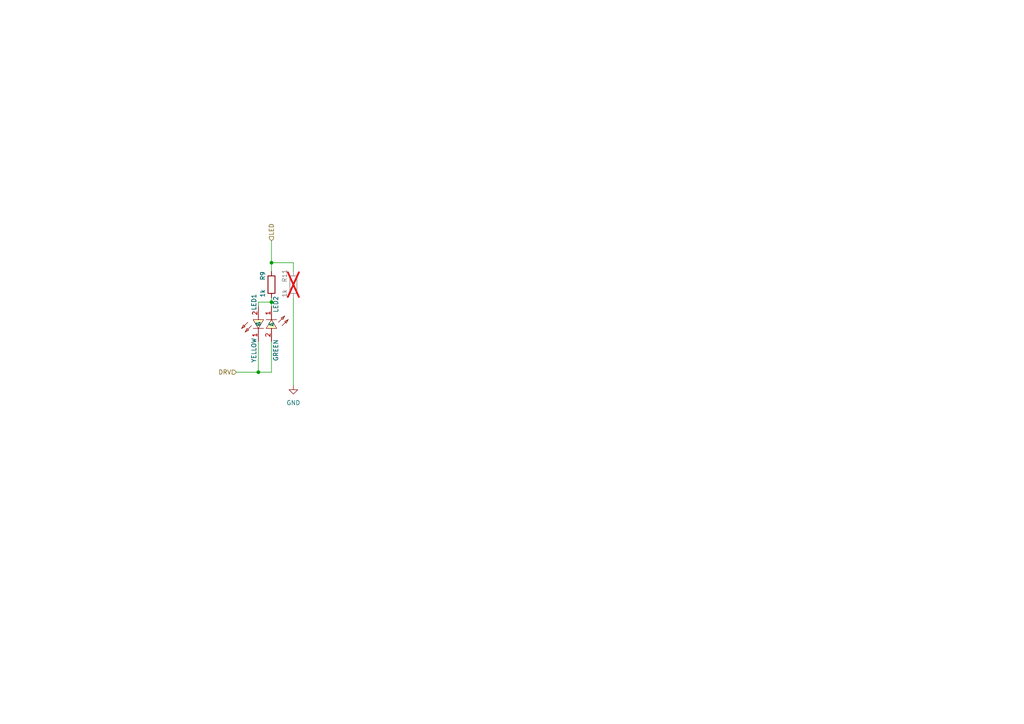
<source format=kicad_sch>
(kicad_sch (version 20230121) (generator eeschema)
  (paper "A4")
  (lib_symbols
    (symbol "Device:R" (pin_numbers hide) (pin_names (offset 0))
      (property "Reference" "R" (at 2.032 0 90))
      (property "Value" "R" (at 0 0 90))
      (symbol "R_0_1"
        (rectangle (start -1.016 -2.54) (end 1.016 2.54) (stroke (width 0.254)))
      )
      (symbol "R_1_1"
        (pin passive line (at 0 3.81 270) (length 1.27) (name "~") (number "1"))
        (pin passive line (at 0 -3.81 90) (length 1.27) (name "~") (number "2"))
      )
    )
    (symbol "easyeda2kicad:19-213_Y2C-CQ2R2L_3T(CY)"
      (property "Reference" "LED" (at 0 5.08 0))
      (property "Value" "19-213/Y2C-CQ2R2L/3T(CY)" (at 0 -5.08 0))
      (symbol "19-213_Y2C-CQ2R2L_3T(CY)_0_1"
        (polyline (pts (xy -1.27 1.52) (xy -1.27 -1.52)))
        (polyline (pts (xy -0.51 2.03) (xy -2.29 3.81)))
        (polyline (pts (xy 0.51 3.05) (xy -1.27 4.83)))
        (polyline (pts (xy -2.29 3.81) (xy -1.27 3.3) (xy -1.78 2.79) (xy -2.29 3.81)) (fill (type background)))
        (polyline (pts (xy -1.27 4.83) (xy -0.25 4.32) (xy -0.76 3.81) (xy -1.27 4.83)) (fill (type background)))
        (polyline (pts (xy 1.27 -1.52) (xy -1.27 0) (xy 1.27 1.52) (xy 1.27 -1.52)) (fill (type background)))
        (pin input line (at -5.08 0 0) (length 3.81) (name "C") (number "1"))
        (pin input line (at 5.08 0 180) (length 3.81) (name "A") (number "2"))
      )
    )
    (symbol "easyeda2kicad:19-217_GHC-YR1S2_3T"
      (property "Reference" "LED" (at 0 5.08 0))
      (property "Value" "19-217/GHC-YR1S2/3T" (at 0 -5.08 0))
      (symbol "19-217_GHC-YR1S2_3T_0_1"
        (polyline (pts (xy -1.27 1.52) (xy -1.27 -1.52)))
        (polyline (pts (xy -0.51 2.03) (xy -2.29 3.81)))
        (polyline (pts (xy 0.51 3.05) (xy -1.27 4.83)))
        (polyline (pts (xy -2.29 3.81) (xy -1.27 3.3) (xy -1.78 2.79) (xy -2.29 3.81)) (fill (type background)))
        (polyline (pts (xy -1.27 4.83) (xy -0.25 4.32) (xy -0.76 3.81) (xy -1.27 4.83)) (fill (type background)))
        (polyline (pts (xy 1.27 -1.52) (xy -1.27 0) (xy 1.27 1.52) (xy 1.27 -1.52)) (fill (type background)))
        (pin input line (at -5.08 0 0) (length 3.81) (name "C") (number "1"))
        (pin input line (at 5.08 0 180) (length 3.81) (name "A") (number "2"))
      )
    )
    (symbol "power:GND" (power) (pin_names (offset 0))
      (property "Value" "GND" (at 0 -3.81 0))
      (symbol "GND_0_1"
        (polyline (pts (xy 0 0) (xy 0 -1.27) (xy 1.27 -1.27) (xy 0 -2.54) (xy -1.27 -1.27) (xy 0 -1.27)))
      )
      (symbol "GND_1_1"
        (pin power_in line (at 0 0 270) (length 0) hide (name "GND") (number "1"))
      )
    )
  )
  (junction (at 78.74 76.2))
  (junction (at 78.74 87.63))
  (junction (at 74.93 107.95))
  (wire (pts (xy 68.58 107.95) (xy 74.93 107.95)))
  (wire (pts (xy 78.74 69.85) (xy 78.74 76.2)))
  (wire (pts (xy 85.09 76.2) (xy 78.74 76.2)))
  (wire (pts (xy 78.74 99.06) (xy 78.74 107.95)))
  (wire (pts (xy 78.74 76.2) (xy 78.74 78.74)))
  (wire (pts (xy 74.93 107.95) (xy 78.74 107.95)))
  (wire (pts (xy 85.09 86.36) (xy 85.09 111.76)))
  (wire (pts (xy 78.74 87.63) (xy 78.74 86.36)))
  (wire (pts (xy 78.74 87.63) (xy 78.74 88.9)))
  (wire (pts (xy 74.93 99.06) (xy 74.93 107.95)))
  (wire (pts (xy 74.93 88.9) (xy 74.93 87.63)))
  (wire (pts (xy 74.93 87.63) (xy 78.74 87.63)))
  (wire (pts (xy 85.09 78.74) (xy 85.09 76.2)))
  (hierarchical_label "DRV" (shape input) (at 68.58 107.95 180))
  (hierarchical_label "LED" (shape input) (at 78.74 69.85 90))
  (symbol (lib_id "easyeda2kicad:19-213_Y2C-CQ2R2L_3T(CY)") (at 74.93 93.98 90) (unit 1)
    (property "Reference" "LED1" (at 73.66 87.63 0))
    (property "Value" "YELLOW" (at 73.66 101.6 0))
    (property "Footprint" "easyeda2kicad:LED0603-RD-YELLOW" (effects hide))
    (property "Datasheet" "https://lcsc.com/product-detail/Light-Emitting-Diodes-LED_0603-Yellow-light_C72038.html" (effects hide))
    (property "LCSC Part" "C72038" (effects hide))
    (instances (project "trackinator" (path "" (reference "LED1") (unit 1)) (path "" (reference "LED4") (unit 1)) (path "" (reference "LED6") (unit 1)) (path "" (reference "LED8") (unit 1)) (path "" (reference "LED10") (unit 1)) (path "" (reference "LED12") (unit 1)) (path "" (reference "LED14") (unit 1)) (path "" (reference "LED16") (unit 1))))
  )
  (symbol (lib_id "Device:R") (at 85.09 82.55 180) (unit 1) (dnp yes)
    (property "Reference" "R11" (at 82.55 80.01 90))
    (property "Value" "1k" (at 82.55 85.09 90))
    (property "Footprint" "Resistor_SMD:R_0402_1005Metric" (effects hide))
    (instances (project "trackinator" (path "" (reference "R11") (unit 1)) (path "" (reference "R13") (unit 1)) (path "" (reference "R15") (unit 1)) (path "" (reference "R17") (unit 1)) (path "" (reference "R19") (unit 1)) (path "" (reference "R21") (unit 1)) (path "" (reference "R23") (unit 1)) (path "" (reference "R25") (unit 1))))
  )
  (symbol (lib_id "power:GND") (at 85.09 111.76 0) (unit 1)
    (property "Reference" "#PWR023" (effects hide))
    (property "Value" "GND" (at 85.09 116.84 0))
    (instances (project "trackinator" (path "" (reference "#PWR023") (unit 1)) (path "" (reference "#PWR024") (unit 1)) (path "" (reference "#PWR025") (unit 1)) (path "" (reference "#PWR026") (unit 1)) (path "" (reference "#PWR027") (unit 1)) (path "" (reference "#PWR028") (unit 1)) (path "" (reference "#PWR029") (unit 1))))
  )
  (symbol (lib_id "Device:R") (at 78.74 82.55 180) (unit 1)
    (property "Reference" "R9" (at 76.2 80.01 90))
    (property "Value" "1k" (at 76.2 85.09 90))
    (property "Footprint" "Resistor_SMD:R_0402_1005Metric" (effects hide))
    (instances (project "trackinator" (path "" (reference "R9") (unit 1)) (path "" (reference "R12") (unit 1)) (path "" (reference "R14") (unit 1)) (path "" (reference "R16") (unit 1)) (path "" (reference "R18") (unit 1)) (path "" (reference "R20") (unit 1)) (path "" (reference "R22") (unit 1)) (path "" (reference "R24") (unit 1))))
  )
  (symbol (lib_id "easyeda2kicad:19-217_GHC-YR1S2_3T") (at 78.74 93.98 270) (unit 1)
    (property "Reference" "LED2" (at 80.01 88.265 0))
    (property "Value" "GREEN" (at 80.01 101.6 0))
    (property "Footprint" "easyeda2kicad:LED0603-RD" (effects hide))
    (property "Datasheet" "https://lcsc.com/product-detail/Light-Emitting-Diodes-LED_0603-Green-light_C72043.html" (effects hide))
    (property "LCSC Part" "C72043" (effects hide))
    (instances (project "trackinator" (path "" (reference "LED2") (unit 1)) (path "" (reference "LED5") (unit 1)) (path "" (reference "LED7") (unit 1)) (path "" (reference "LED9") (unit 1)) (path "" (reference "LED11") (unit 1)) (path "" (reference "LED13") (unit 1)) (path "" (reference "LED15") (unit 1)) (path "" (reference "LED17") (unit 1))))
  )
)
</source>
